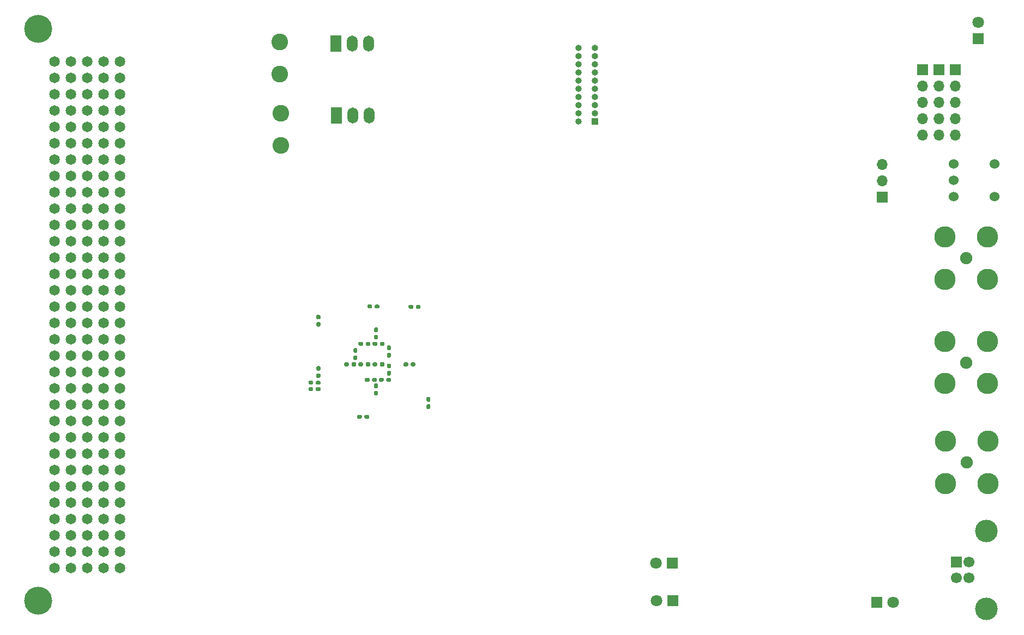
<source format=gbs>
G04 #@! TF.GenerationSoftware,KiCad,Pcbnew,(5.1.9)-1*
G04 #@! TF.CreationDate,2022-04-01T17:50:07-04:00*
G04 #@! TF.ProjectId,MC-DSP,4d432d44-5350-42e6-9b69-6361645f7063,rev?*
G04 #@! TF.SameCoordinates,Original*
G04 #@! TF.FileFunction,Soldermask,Bot*
G04 #@! TF.FilePolarity,Negative*
%FSLAX46Y46*%
G04 Gerber Fmt 4.6, Leading zero omitted, Abs format (unit mm)*
G04 Created by KiCad (PCBNEW (5.1.9)-1) date 2022-04-01 17:50:07*
%MOMM*%
%LPD*%
G01*
G04 APERTURE LIST*
%ADD10C,4.350000*%
%ADD11C,1.650000*%
%ADD12O,1.700000X1.700000*%
%ADD13R,1.700000X1.700000*%
%ADD14C,1.800000*%
%ADD15R,1.800000X1.800000*%
%ADD16C,3.315000*%
%ADD17C,1.905000*%
%ADD18O,1.700000X2.500000*%
%ADD19R,1.700000X2.500000*%
%ADD20C,3.500000*%
%ADD21C,1.700000*%
%ADD22O,1.000000X1.000000*%
%ADD23R,1.000000X1.000000*%
%ADD24C,1.524000*%
%ADD25C,2.600000*%
G04 APERTURE END LIST*
G36*
G01*
X169600000Y-60295000D02*
X169600000Y-60605000D01*
G75*
G02*
X169445000Y-60760000I-155000J0D01*
G01*
X169020000Y-60760000D01*
G75*
G02*
X168865000Y-60605000I0J155000D01*
G01*
X168865000Y-60295000D01*
G75*
G02*
X169020000Y-60140000I155000J0D01*
G01*
X169445000Y-60140000D01*
G75*
G02*
X169600000Y-60295000I0J-155000D01*
G01*
G37*
G36*
G01*
X170735000Y-60295000D02*
X170735000Y-60605000D01*
G75*
G02*
X170580000Y-60760000I-155000J0D01*
G01*
X170155000Y-60760000D01*
G75*
G02*
X170000000Y-60605000I0J155000D01*
G01*
X170000000Y-60295000D01*
G75*
G02*
X170155000Y-60140000I155000J0D01*
G01*
X170580000Y-60140000D01*
G75*
G02*
X170735000Y-60295000I0J-155000D01*
G01*
G37*
G36*
G01*
X172105000Y-75200000D02*
X171795000Y-75200000D01*
G75*
G02*
X171640000Y-75045000I0J155000D01*
G01*
X171640000Y-74620000D01*
G75*
G02*
X171795000Y-74465000I155000J0D01*
G01*
X172105000Y-74465000D01*
G75*
G02*
X172260000Y-74620000I0J-155000D01*
G01*
X172260000Y-75045000D01*
G75*
G02*
X172105000Y-75200000I-155000J0D01*
G01*
G37*
G36*
G01*
X172105000Y-76335000D02*
X171795000Y-76335000D01*
G75*
G02*
X171640000Y-76180000I0J155000D01*
G01*
X171640000Y-75755000D01*
G75*
G02*
X171795000Y-75600000I155000J0D01*
G01*
X172105000Y-75600000D01*
G75*
G02*
X172260000Y-75755000I0J-155000D01*
G01*
X172260000Y-76180000D01*
G75*
G02*
X172105000Y-76335000I-155000J0D01*
G01*
G37*
G36*
G01*
X162000000Y-77705000D02*
X162000000Y-77395000D01*
G75*
G02*
X162155000Y-77240000I155000J0D01*
G01*
X162580000Y-77240000D01*
G75*
G02*
X162735000Y-77395000I0J-155000D01*
G01*
X162735000Y-77705000D01*
G75*
G02*
X162580000Y-77860000I-155000J0D01*
G01*
X162155000Y-77860000D01*
G75*
G02*
X162000000Y-77705000I0J155000D01*
G01*
G37*
G36*
G01*
X160865000Y-77705000D02*
X160865000Y-77395000D01*
G75*
G02*
X161020000Y-77240000I155000J0D01*
G01*
X161445000Y-77240000D01*
G75*
G02*
X161600000Y-77395000I0J-155000D01*
G01*
X161600000Y-77705000D01*
G75*
G02*
X161445000Y-77860000I-155000J0D01*
G01*
X161020000Y-77860000D01*
G75*
G02*
X160865000Y-77705000I0J155000D01*
G01*
G37*
G36*
G01*
X165000000Y-71645000D02*
X165000000Y-71955000D01*
G75*
G02*
X164845000Y-72110000I-155000J0D01*
G01*
X164420000Y-72110000D01*
G75*
G02*
X164265000Y-71955000I0J155000D01*
G01*
X164265000Y-71645000D01*
G75*
G02*
X164420000Y-71490000I155000J0D01*
G01*
X164845000Y-71490000D01*
G75*
G02*
X165000000Y-71645000I0J-155000D01*
G01*
G37*
G36*
G01*
X166135000Y-71645000D02*
X166135000Y-71955000D01*
G75*
G02*
X165980000Y-72110000I-155000J0D01*
G01*
X165555000Y-72110000D01*
G75*
G02*
X165400000Y-71955000I0J155000D01*
G01*
X165400000Y-71645000D01*
G75*
G02*
X165555000Y-71490000I155000J0D01*
G01*
X165980000Y-71490000D01*
G75*
G02*
X166135000Y-71645000I0J-155000D01*
G01*
G37*
G36*
G01*
X163200000Y-60245000D02*
X163200000Y-60555000D01*
G75*
G02*
X163045000Y-60710000I-155000J0D01*
G01*
X162620000Y-60710000D01*
G75*
G02*
X162465000Y-60555000I0J155000D01*
G01*
X162465000Y-60245000D01*
G75*
G02*
X162620000Y-60090000I155000J0D01*
G01*
X163045000Y-60090000D01*
G75*
G02*
X163200000Y-60245000I0J-155000D01*
G01*
G37*
G36*
G01*
X164335000Y-60245000D02*
X164335000Y-60555000D01*
G75*
G02*
X164180000Y-60710000I-155000J0D01*
G01*
X163755000Y-60710000D01*
G75*
G02*
X163600000Y-60555000I0J155000D01*
G01*
X163600000Y-60245000D01*
G75*
G02*
X163755000Y-60090000I155000J0D01*
G01*
X164180000Y-60090000D01*
G75*
G02*
X164335000Y-60245000I0J-155000D01*
G01*
G37*
G36*
G01*
X163645000Y-64800000D02*
X163955000Y-64800000D01*
G75*
G02*
X164110000Y-64955000I0J-155000D01*
G01*
X164110000Y-65380000D01*
G75*
G02*
X163955000Y-65535000I-155000J0D01*
G01*
X163645000Y-65535000D01*
G75*
G02*
X163490000Y-65380000I0J155000D01*
G01*
X163490000Y-64955000D01*
G75*
G02*
X163645000Y-64800000I155000J0D01*
G01*
G37*
G36*
G01*
X163645000Y-63665000D02*
X163955000Y-63665000D01*
G75*
G02*
X164110000Y-63820000I0J-155000D01*
G01*
X164110000Y-64245000D01*
G75*
G02*
X163955000Y-64400000I-155000J0D01*
G01*
X163645000Y-64400000D01*
G75*
G02*
X163490000Y-64245000I0J155000D01*
G01*
X163490000Y-63820000D01*
G75*
G02*
X163645000Y-63665000I155000J0D01*
G01*
G37*
G36*
G01*
X154695000Y-62800000D02*
X155005000Y-62800000D01*
G75*
G02*
X155160000Y-62955000I0J-155000D01*
G01*
X155160000Y-63380000D01*
G75*
G02*
X155005000Y-63535000I-155000J0D01*
G01*
X154695000Y-63535000D01*
G75*
G02*
X154540000Y-63380000I0J155000D01*
G01*
X154540000Y-62955000D01*
G75*
G02*
X154695000Y-62800000I155000J0D01*
G01*
G37*
G36*
G01*
X154695000Y-61665000D02*
X155005000Y-61665000D01*
G75*
G02*
X155160000Y-61820000I0J-155000D01*
G01*
X155160000Y-62245000D01*
G75*
G02*
X155005000Y-62400000I-155000J0D01*
G01*
X154695000Y-62400000D01*
G75*
G02*
X154540000Y-62245000I0J155000D01*
G01*
X154540000Y-61820000D01*
G75*
G02*
X154695000Y-61665000I155000J0D01*
G01*
G37*
G36*
G01*
X160755000Y-67600000D02*
X160445000Y-67600000D01*
G75*
G02*
X160290000Y-67445000I0J155000D01*
G01*
X160290000Y-67020000D01*
G75*
G02*
X160445000Y-66865000I155000J0D01*
G01*
X160755000Y-66865000D01*
G75*
G02*
X160910000Y-67020000I0J-155000D01*
G01*
X160910000Y-67445000D01*
G75*
G02*
X160755000Y-67600000I-155000J0D01*
G01*
G37*
G36*
G01*
X160755000Y-68735000D02*
X160445000Y-68735000D01*
G75*
G02*
X160290000Y-68580000I0J155000D01*
G01*
X160290000Y-68155000D01*
G75*
G02*
X160445000Y-68000000I155000J0D01*
G01*
X160755000Y-68000000D01*
G75*
G02*
X160910000Y-68155000I0J-155000D01*
G01*
X160910000Y-68580000D01*
G75*
G02*
X160755000Y-68735000I-155000J0D01*
G01*
G37*
G36*
G01*
X162800000Y-71645000D02*
X162800000Y-71955000D01*
G75*
G02*
X162645000Y-72110000I-155000J0D01*
G01*
X162220000Y-72110000D01*
G75*
G02*
X162065000Y-71955000I0J155000D01*
G01*
X162065000Y-71645000D01*
G75*
G02*
X162220000Y-71490000I155000J0D01*
G01*
X162645000Y-71490000D01*
G75*
G02*
X162800000Y-71645000I0J-155000D01*
G01*
G37*
G36*
G01*
X163935000Y-71645000D02*
X163935000Y-71955000D01*
G75*
G02*
X163780000Y-72110000I-155000J0D01*
G01*
X163355000Y-72110000D01*
G75*
G02*
X163200000Y-71955000I0J155000D01*
G01*
X163200000Y-71645000D01*
G75*
G02*
X163355000Y-71490000I155000J0D01*
G01*
X163780000Y-71490000D01*
G75*
G02*
X163935000Y-71645000I0J-155000D01*
G01*
G37*
G36*
G01*
X155005000Y-70400000D02*
X154695000Y-70400000D01*
G75*
G02*
X154540000Y-70245000I0J155000D01*
G01*
X154540000Y-69820000D01*
G75*
G02*
X154695000Y-69665000I155000J0D01*
G01*
X155005000Y-69665000D01*
G75*
G02*
X155160000Y-69820000I0J-155000D01*
G01*
X155160000Y-70245000D01*
G75*
G02*
X155005000Y-70400000I-155000J0D01*
G01*
G37*
G36*
G01*
X155005000Y-71535000D02*
X154695000Y-71535000D01*
G75*
G02*
X154540000Y-71380000I0J155000D01*
G01*
X154540000Y-70955000D01*
G75*
G02*
X154695000Y-70800000I155000J0D01*
G01*
X155005000Y-70800000D01*
G75*
G02*
X155160000Y-70955000I0J-155000D01*
G01*
X155160000Y-71380000D01*
G75*
G02*
X155005000Y-71535000I-155000J0D01*
G01*
G37*
G36*
G01*
X161800000Y-69245000D02*
X161800000Y-69555000D01*
G75*
G02*
X161645000Y-69710000I-155000J0D01*
G01*
X161220000Y-69710000D01*
G75*
G02*
X161065000Y-69555000I0J155000D01*
G01*
X161065000Y-69245000D01*
G75*
G02*
X161220000Y-69090000I155000J0D01*
G01*
X161645000Y-69090000D01*
G75*
G02*
X161800000Y-69245000I0J-155000D01*
G01*
G37*
G36*
G01*
X162935000Y-69245000D02*
X162935000Y-69555000D01*
G75*
G02*
X162780000Y-69710000I-155000J0D01*
G01*
X162355000Y-69710000D01*
G75*
G02*
X162200000Y-69555000I0J155000D01*
G01*
X162200000Y-69245000D01*
G75*
G02*
X162355000Y-69090000I155000J0D01*
G01*
X162780000Y-69090000D01*
G75*
G02*
X162935000Y-69245000I0J-155000D01*
G01*
G37*
G36*
G01*
X168800000Y-69245000D02*
X168800000Y-69555000D01*
G75*
G02*
X168645000Y-69710000I-155000J0D01*
G01*
X168220000Y-69710000D01*
G75*
G02*
X168065000Y-69555000I0J155000D01*
G01*
X168065000Y-69245000D01*
G75*
G02*
X168220000Y-69090000I155000J0D01*
G01*
X168645000Y-69090000D01*
G75*
G02*
X168800000Y-69245000I0J-155000D01*
G01*
G37*
G36*
G01*
X169935000Y-69245000D02*
X169935000Y-69555000D01*
G75*
G02*
X169780000Y-69710000I-155000J0D01*
G01*
X169355000Y-69710000D01*
G75*
G02*
X169200000Y-69555000I0J155000D01*
G01*
X169200000Y-69245000D01*
G75*
G02*
X169355000Y-69090000I155000J0D01*
G01*
X169780000Y-69090000D01*
G75*
G02*
X169935000Y-69245000I0J-155000D01*
G01*
G37*
G36*
G01*
X164400000Y-69555000D02*
X164400000Y-69245000D01*
G75*
G02*
X164555000Y-69090000I155000J0D01*
G01*
X164980000Y-69090000D01*
G75*
G02*
X165135000Y-69245000I0J-155000D01*
G01*
X165135000Y-69555000D01*
G75*
G02*
X164980000Y-69710000I-155000J0D01*
G01*
X164555000Y-69710000D01*
G75*
G02*
X164400000Y-69555000I0J155000D01*
G01*
G37*
G36*
G01*
X163265000Y-69555000D02*
X163265000Y-69245000D01*
G75*
G02*
X163420000Y-69090000I155000J0D01*
G01*
X163845000Y-69090000D01*
G75*
G02*
X164000000Y-69245000I0J-155000D01*
G01*
X164000000Y-69555000D01*
G75*
G02*
X163845000Y-69710000I-155000J0D01*
G01*
X163420000Y-69710000D01*
G75*
G02*
X163265000Y-69555000I0J155000D01*
G01*
G37*
G36*
G01*
X154450000Y-72405000D02*
X154450000Y-72095000D01*
G75*
G02*
X154605000Y-71940000I155000J0D01*
G01*
X155030000Y-71940000D01*
G75*
G02*
X155185000Y-72095000I0J-155000D01*
G01*
X155185000Y-72405000D01*
G75*
G02*
X155030000Y-72560000I-155000J0D01*
G01*
X154605000Y-72560000D01*
G75*
G02*
X154450000Y-72405000I0J155000D01*
G01*
G37*
G36*
G01*
X153315000Y-72405000D02*
X153315000Y-72095000D01*
G75*
G02*
X153470000Y-71940000I155000J0D01*
G01*
X153895000Y-71940000D01*
G75*
G02*
X154050000Y-72095000I0J-155000D01*
G01*
X154050000Y-72405000D01*
G75*
G02*
X153895000Y-72560000I-155000J0D01*
G01*
X153470000Y-72560000D01*
G75*
G02*
X153315000Y-72405000I0J155000D01*
G01*
G37*
G36*
G01*
X154450000Y-73405000D02*
X154450000Y-73095000D01*
G75*
G02*
X154605000Y-72940000I155000J0D01*
G01*
X155030000Y-72940000D01*
G75*
G02*
X155185000Y-73095000I0J-155000D01*
G01*
X155185000Y-73405000D01*
G75*
G02*
X155030000Y-73560000I-155000J0D01*
G01*
X154605000Y-73560000D01*
G75*
G02*
X154450000Y-73405000I0J155000D01*
G01*
G37*
G36*
G01*
X153315000Y-73405000D02*
X153315000Y-73095000D01*
G75*
G02*
X153470000Y-72940000I155000J0D01*
G01*
X153895000Y-72940000D01*
G75*
G02*
X154050000Y-73095000I0J-155000D01*
G01*
X154050000Y-73405000D01*
G75*
G02*
X153895000Y-73560000I-155000J0D01*
G01*
X153470000Y-73560000D01*
G75*
G02*
X153315000Y-73405000I0J155000D01*
G01*
G37*
G36*
G01*
X165645000Y-70400000D02*
X165955000Y-70400000D01*
G75*
G02*
X166110000Y-70555000I0J-155000D01*
G01*
X166110000Y-70980000D01*
G75*
G02*
X165955000Y-71135000I-155000J0D01*
G01*
X165645000Y-71135000D01*
G75*
G02*
X165490000Y-70980000I0J155000D01*
G01*
X165490000Y-70555000D01*
G75*
G02*
X165645000Y-70400000I155000J0D01*
G01*
G37*
G36*
G01*
X165645000Y-69265000D02*
X165955000Y-69265000D01*
G75*
G02*
X166110000Y-69420000I0J-155000D01*
G01*
X166110000Y-69845000D01*
G75*
G02*
X165955000Y-70000000I-155000J0D01*
G01*
X165645000Y-70000000D01*
G75*
G02*
X165490000Y-69845000I0J155000D01*
G01*
X165490000Y-69420000D01*
G75*
G02*
X165645000Y-69265000I155000J0D01*
G01*
G37*
G36*
G01*
X162200000Y-66355000D02*
X162200000Y-66045000D01*
G75*
G02*
X162355000Y-65890000I155000J0D01*
G01*
X162780000Y-65890000D01*
G75*
G02*
X162935000Y-66045000I0J-155000D01*
G01*
X162935000Y-66355000D01*
G75*
G02*
X162780000Y-66510000I-155000J0D01*
G01*
X162355000Y-66510000D01*
G75*
G02*
X162200000Y-66355000I0J155000D01*
G01*
G37*
G36*
G01*
X161065000Y-66355000D02*
X161065000Y-66045000D01*
G75*
G02*
X161220000Y-65890000I155000J0D01*
G01*
X161645000Y-65890000D01*
G75*
G02*
X161800000Y-66045000I0J-155000D01*
G01*
X161800000Y-66355000D01*
G75*
G02*
X161645000Y-66510000I-155000J0D01*
G01*
X161220000Y-66510000D01*
G75*
G02*
X161065000Y-66355000I0J155000D01*
G01*
G37*
G36*
G01*
X164400000Y-66355000D02*
X164400000Y-66045000D01*
G75*
G02*
X164555000Y-65890000I155000J0D01*
G01*
X164980000Y-65890000D01*
G75*
G02*
X165135000Y-66045000I0J-155000D01*
G01*
X165135000Y-66355000D01*
G75*
G02*
X164980000Y-66510000I-155000J0D01*
G01*
X164555000Y-66510000D01*
G75*
G02*
X164400000Y-66355000I0J155000D01*
G01*
G37*
G36*
G01*
X163265000Y-66355000D02*
X163265000Y-66045000D01*
G75*
G02*
X163420000Y-65890000I155000J0D01*
G01*
X163845000Y-65890000D01*
G75*
G02*
X164000000Y-66045000I0J-155000D01*
G01*
X164000000Y-66355000D01*
G75*
G02*
X163845000Y-66510000I-155000J0D01*
G01*
X163420000Y-66510000D01*
G75*
G02*
X163265000Y-66355000I0J155000D01*
G01*
G37*
G36*
G01*
X165645000Y-67600000D02*
X165955000Y-67600000D01*
G75*
G02*
X166110000Y-67755000I0J-155000D01*
G01*
X166110000Y-68180000D01*
G75*
G02*
X165955000Y-68335000I-155000J0D01*
G01*
X165645000Y-68335000D01*
G75*
G02*
X165490000Y-68180000I0J155000D01*
G01*
X165490000Y-67755000D01*
G75*
G02*
X165645000Y-67600000I155000J0D01*
G01*
G37*
G36*
G01*
X165645000Y-66465000D02*
X165955000Y-66465000D01*
G75*
G02*
X166110000Y-66620000I0J-155000D01*
G01*
X166110000Y-67045000D01*
G75*
G02*
X165955000Y-67200000I-155000J0D01*
G01*
X165645000Y-67200000D01*
G75*
G02*
X165490000Y-67045000I0J155000D01*
G01*
X165490000Y-66620000D01*
G75*
G02*
X165645000Y-66465000I155000J0D01*
G01*
G37*
G36*
G01*
X160000000Y-69555000D02*
X160000000Y-69245000D01*
G75*
G02*
X160155000Y-69090000I155000J0D01*
G01*
X160580000Y-69090000D01*
G75*
G02*
X160735000Y-69245000I0J-155000D01*
G01*
X160735000Y-69555000D01*
G75*
G02*
X160580000Y-69710000I-155000J0D01*
G01*
X160155000Y-69710000D01*
G75*
G02*
X160000000Y-69555000I0J155000D01*
G01*
G37*
G36*
G01*
X158865000Y-69555000D02*
X158865000Y-69245000D01*
G75*
G02*
X159020000Y-69090000I155000J0D01*
G01*
X159445000Y-69090000D01*
G75*
G02*
X159600000Y-69245000I0J-155000D01*
G01*
X159600000Y-69555000D01*
G75*
G02*
X159445000Y-69710000I-155000J0D01*
G01*
X159020000Y-69710000D01*
G75*
G02*
X158865000Y-69555000I0J155000D01*
G01*
G37*
G36*
G01*
X163955000Y-73100000D02*
X163645000Y-73100000D01*
G75*
G02*
X163490000Y-72945000I0J155000D01*
G01*
X163490000Y-72520000D01*
G75*
G02*
X163645000Y-72365000I155000J0D01*
G01*
X163955000Y-72365000D01*
G75*
G02*
X164110000Y-72520000I0J-155000D01*
G01*
X164110000Y-72945000D01*
G75*
G02*
X163955000Y-73100000I-155000J0D01*
G01*
G37*
G36*
G01*
X163955000Y-74235000D02*
X163645000Y-74235000D01*
G75*
G02*
X163490000Y-74080000I0J155000D01*
G01*
X163490000Y-73655000D01*
G75*
G02*
X163645000Y-73500000I155000J0D01*
G01*
X163955000Y-73500000D01*
G75*
G02*
X164110000Y-73655000I0J-155000D01*
G01*
X164110000Y-74080000D01*
G75*
G02*
X163955000Y-74235000I-155000J0D01*
G01*
G37*
D10*
X111379000Y-17272000D03*
X111379000Y-106172000D03*
D11*
X124079000Y-22352000D03*
X124079000Y-24892000D03*
X124079000Y-27432000D03*
X124079000Y-29972000D03*
X124079000Y-32512000D03*
X124079000Y-35052000D03*
X124079000Y-37592000D03*
X124079000Y-40132000D03*
X124079000Y-42672000D03*
X124079000Y-45212000D03*
X124079000Y-47752000D03*
X124079000Y-50292000D03*
X124079000Y-52832000D03*
X124079000Y-55372000D03*
X124079000Y-57912000D03*
X124079000Y-60452000D03*
X124079000Y-62992000D03*
X124079000Y-65532000D03*
X124079000Y-68072000D03*
X124079000Y-70612000D03*
X124079000Y-73152000D03*
X124079000Y-75692000D03*
X124079000Y-78232000D03*
X124079000Y-80772000D03*
X124079000Y-83312000D03*
X124079000Y-85852000D03*
X124079000Y-88392000D03*
X124079000Y-90932000D03*
X124079000Y-93472000D03*
X124079000Y-96012000D03*
X124079000Y-98552000D03*
X124079000Y-101092000D03*
X121539000Y-22352000D03*
X121539000Y-24892000D03*
X121539000Y-27432000D03*
X121539000Y-29972000D03*
X121539000Y-32512000D03*
X121539000Y-35052000D03*
X121539000Y-37592000D03*
X121539000Y-40132000D03*
X121539000Y-42672000D03*
X121539000Y-45212000D03*
X121539000Y-47752000D03*
X121539000Y-50292000D03*
X121539000Y-52832000D03*
X121539000Y-55372000D03*
X121539000Y-57912000D03*
X121539000Y-60452000D03*
X121539000Y-62992000D03*
X121539000Y-65532000D03*
X121539000Y-68072000D03*
X121539000Y-70612000D03*
X121539000Y-73152000D03*
X121539000Y-75692000D03*
X121539000Y-78232000D03*
X121539000Y-80772000D03*
X121539000Y-83312000D03*
X121539000Y-85852000D03*
X121539000Y-88392000D03*
X121539000Y-90932000D03*
X121539000Y-93472000D03*
X121539000Y-96012000D03*
X121539000Y-98552000D03*
X121539000Y-101092000D03*
X118999000Y-22352000D03*
X118999000Y-24892000D03*
X118999000Y-27432000D03*
X118999000Y-29972000D03*
X118999000Y-32512000D03*
X118999000Y-35052000D03*
X118999000Y-37592000D03*
X118999000Y-40132000D03*
X118999000Y-42672000D03*
X118999000Y-45212000D03*
X118999000Y-47752000D03*
X118999000Y-50292000D03*
X118999000Y-52832000D03*
X118999000Y-55372000D03*
X118999000Y-57912000D03*
X118999000Y-60452000D03*
X118999000Y-62992000D03*
X118999000Y-65532000D03*
X118999000Y-68072000D03*
X118999000Y-70612000D03*
X118999000Y-73152000D03*
X118999000Y-75692000D03*
X118999000Y-78232000D03*
X118999000Y-80772000D03*
X118999000Y-83312000D03*
X118999000Y-85852000D03*
X118999000Y-88392000D03*
X118999000Y-90932000D03*
X118999000Y-93472000D03*
X118999000Y-96012000D03*
X118999000Y-98552000D03*
X118999000Y-101092000D03*
X116459000Y-22352000D03*
X116459000Y-24892000D03*
X116459000Y-27432000D03*
X116459000Y-29972000D03*
X116459000Y-32512000D03*
X116459000Y-35052000D03*
X116459000Y-37592000D03*
X116459000Y-40132000D03*
X116459000Y-42672000D03*
X116459000Y-45212000D03*
X116459000Y-47752000D03*
X116459000Y-50292000D03*
X116459000Y-52832000D03*
X116459000Y-55372000D03*
X116459000Y-57912000D03*
X116459000Y-60452000D03*
X116459000Y-62992000D03*
X116459000Y-65532000D03*
X116459000Y-68072000D03*
X116459000Y-70612000D03*
X116459000Y-73152000D03*
X116459000Y-75692000D03*
X116459000Y-78232000D03*
X116459000Y-80772000D03*
X116459000Y-83312000D03*
X116459000Y-85852000D03*
X116459000Y-88392000D03*
X116459000Y-90932000D03*
X116459000Y-93472000D03*
X116459000Y-96012000D03*
X116459000Y-98552000D03*
X116459000Y-101092000D03*
X113919000Y-22352000D03*
X113919000Y-24892000D03*
X113919000Y-27432000D03*
X113919000Y-29972000D03*
X113919000Y-32512000D03*
X113919000Y-35052000D03*
X113919000Y-37592000D03*
X113919000Y-40132000D03*
X113919000Y-42672000D03*
X113919000Y-45212000D03*
X113919000Y-47752000D03*
X113919000Y-50292000D03*
X113919000Y-52832000D03*
X113919000Y-55372000D03*
X113919000Y-57912000D03*
X113919000Y-60452000D03*
X113919000Y-62992000D03*
X113919000Y-65532000D03*
X113919000Y-68072000D03*
X113919000Y-70612000D03*
X113919000Y-73152000D03*
X113919000Y-75692000D03*
X113919000Y-78232000D03*
X113919000Y-80772000D03*
X113919000Y-83312000D03*
X113919000Y-85852000D03*
X113919000Y-88392000D03*
X113919000Y-90932000D03*
X113919000Y-93472000D03*
X113919000Y-96012000D03*
X113919000Y-98552000D03*
X113919000Y-101092000D03*
D12*
X253746000Y-33782000D03*
X253746000Y-31242000D03*
X253746000Y-28702000D03*
X253746000Y-26162000D03*
D13*
X253746000Y-23622000D03*
D12*
X251206000Y-33782000D03*
X251206000Y-31242000D03*
X251206000Y-28702000D03*
X251206000Y-26162000D03*
D13*
X251206000Y-23622000D03*
D12*
X248666000Y-33782000D03*
X248666000Y-31242000D03*
X248666000Y-28702000D03*
X248666000Y-26162000D03*
D13*
X248666000Y-23622000D03*
D14*
X257302000Y-16256000D03*
D15*
X257302000Y-18796000D03*
D16*
X258778000Y-49565500D03*
X258778000Y-56165500D03*
X252178000Y-56165500D03*
X252178000Y-49565500D03*
D17*
X255478000Y-52865500D03*
D16*
X258841500Y-81315500D03*
X258841500Y-87915500D03*
X252241500Y-87915500D03*
X252241500Y-81315500D03*
D17*
X255541500Y-84615500D03*
D16*
X258778000Y-65796000D03*
X258778000Y-72396000D03*
X252178000Y-72396000D03*
X252178000Y-65796000D03*
D17*
X255478000Y-69096000D03*
D18*
X162674600Y-19496400D03*
X160134600Y-19496400D03*
D19*
X157594600Y-19496400D03*
D20*
X258610000Y-107370000D03*
X258610000Y-95330000D03*
D21*
X255900000Y-100100000D03*
X255900000Y-102600000D03*
X253900000Y-102600000D03*
D13*
X253900000Y-100100000D03*
D18*
X162719200Y-30659000D03*
X160179200Y-30659000D03*
D19*
X157639200Y-30659000D03*
D22*
X197770800Y-30368000D03*
X195230800Y-31638000D03*
X197770800Y-25288000D03*
X197770800Y-24018000D03*
D23*
X197770800Y-31638000D03*
D22*
X197770800Y-27828000D03*
X195230800Y-25288000D03*
X197770800Y-21478000D03*
X195230800Y-24018000D03*
X195230800Y-20208000D03*
X197770800Y-29098000D03*
X195230800Y-27828000D03*
X195230800Y-26558000D03*
X197770800Y-22748000D03*
X195230800Y-22748000D03*
X195230800Y-29098000D03*
X195230800Y-21478000D03*
X197770800Y-20208000D03*
X195230800Y-30368000D03*
X197770800Y-26558000D03*
D24*
X259850000Y-43340000D03*
X259850000Y-38260000D03*
X253500000Y-38260000D03*
X253500000Y-43340000D03*
X253500000Y-40800000D03*
D25*
X149050000Y-30381000D03*
X149050000Y-35381000D03*
X148850000Y-19281000D03*
X148850000Y-24281000D03*
D12*
X242443000Y-38354000D03*
X242443000Y-40894000D03*
D13*
X242443000Y-43434000D03*
D14*
X207300000Y-100300000D03*
D15*
X209840000Y-100300000D03*
D14*
X207360000Y-106100000D03*
D15*
X209900000Y-106100000D03*
D14*
X244094000Y-106400000D03*
D15*
X241554000Y-106400000D03*
M02*

</source>
